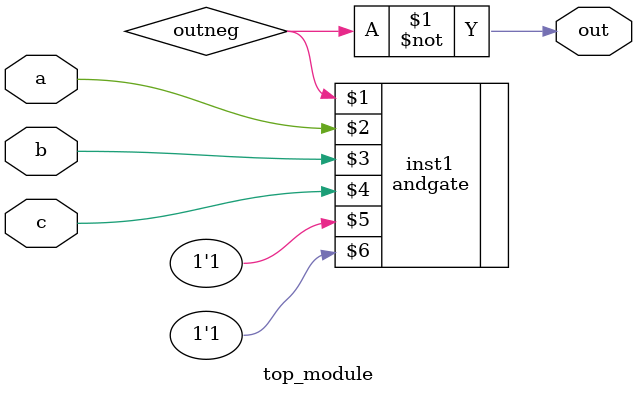
<source format=v>
module top_module (input a, input b, input c, output out);//

    wire outneg;
    andgate inst1 ( outneg, a, b, c, 1'b1,1'b1 );
    
    assign out = ~outneg;

endmodule
</source>
